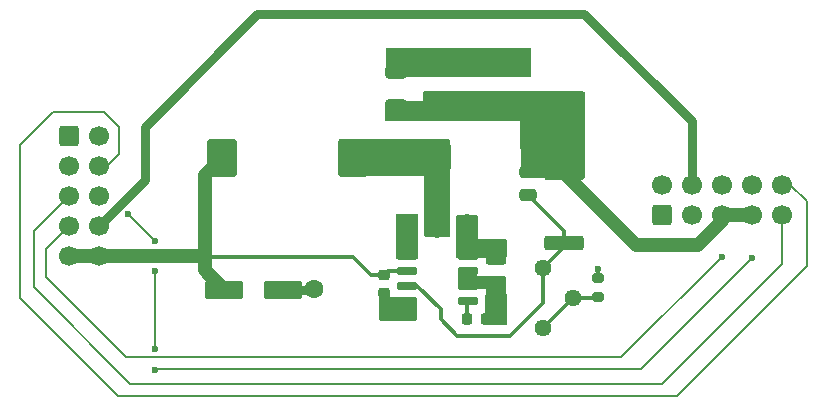
<source format=gbr>
%TF.GenerationSoftware,KiCad,Pcbnew,8.0.3*%
%TF.CreationDate,2024-06-06T01:49:00+12:00*%
%TF.ProjectId,power_supply,706f7765-725f-4737-9570-706c792e6b69,0.1.1*%
%TF.SameCoordinates,Original*%
%TF.FileFunction,Copper,L1,Top*%
%TF.FilePolarity,Positive*%
%FSLAX46Y46*%
G04 Gerber Fmt 4.6, Leading zero omitted, Abs format (unit mm)*
G04 Created by KiCad (PCBNEW 8.0.3) date 2024-06-06 01:49:00*
%MOMM*%
%LPD*%
G01*
G04 APERTURE LIST*
G04 Aperture macros list*
%AMRoundRect*
0 Rectangle with rounded corners*
0 $1 Rounding radius*
0 $2 $3 $4 $5 $6 $7 $8 $9 X,Y pos of 4 corners*
0 Add a 4 corners polygon primitive as box body*
4,1,4,$2,$3,$4,$5,$6,$7,$8,$9,$2,$3,0*
0 Add four circle primitives for the rounded corners*
1,1,$1+$1,$2,$3*
1,1,$1+$1,$4,$5*
1,1,$1+$1,$6,$7*
1,1,$1+$1,$8,$9*
0 Add four rect primitives between the rounded corners*
20,1,$1+$1,$2,$3,$4,$5,0*
20,1,$1+$1,$4,$5,$6,$7,0*
20,1,$1+$1,$6,$7,$8,$9,0*
20,1,$1+$1,$8,$9,$2,$3,0*%
G04 Aperture macros list end*
%TA.AperFunction,SMDPad,CuDef*%
%ADD10RoundRect,0.150000X-0.725000X-0.150000X0.725000X-0.150000X0.725000X0.150000X-0.725000X0.150000X0*%
%TD*%
%TA.AperFunction,SMDPad,CuDef*%
%ADD11RoundRect,0.160000X-1.440000X0.640000X-1.440000X-0.640000X1.440000X-0.640000X1.440000X0.640000X0*%
%TD*%
%TA.AperFunction,SMDPad,CuDef*%
%ADD12RoundRect,0.250000X0.650000X-0.325000X0.650000X0.325000X-0.650000X0.325000X-0.650000X-0.325000X0*%
%TD*%
%TA.AperFunction,ComponentPad*%
%ADD13R,1.905000X2.000000*%
%TD*%
%TA.AperFunction,ComponentPad*%
%ADD14O,1.905000X2.000000*%
%TD*%
%TA.AperFunction,ComponentPad*%
%ADD15RoundRect,0.250000X-0.600000X-0.600000X0.600000X-0.600000X0.600000X0.600000X-0.600000X0.600000X0*%
%TD*%
%TA.AperFunction,ComponentPad*%
%ADD16C,1.700000*%
%TD*%
%TA.AperFunction,SMDPad,CuDef*%
%ADD17RoundRect,0.250000X1.425000X-0.362500X1.425000X0.362500X-1.425000X0.362500X-1.425000X-0.362500X0*%
%TD*%
%TA.AperFunction,SMDPad,CuDef*%
%ADD18RoundRect,0.225000X-0.225000X-0.250000X0.225000X-0.250000X0.225000X0.250000X-0.225000X0.250000X0*%
%TD*%
%TA.AperFunction,SMDPad,CuDef*%
%ADD19RoundRect,0.250000X-0.625000X0.400000X-0.625000X-0.400000X0.625000X-0.400000X0.625000X0.400000X0*%
%TD*%
%TA.AperFunction,SMDPad,CuDef*%
%ADD20RoundRect,0.250000X0.475000X-0.250000X0.475000X0.250000X-0.475000X0.250000X-0.475000X-0.250000X0*%
%TD*%
%TA.AperFunction,SMDPad,CuDef*%
%ADD21RoundRect,0.250000X-0.900000X1.000000X-0.900000X-1.000000X0.900000X-1.000000X0.900000X1.000000X0*%
%TD*%
%TA.AperFunction,SMDPad,CuDef*%
%ADD22RoundRect,0.250000X-1.000000X-1.350000X1.000000X-1.350000X1.000000X1.350000X-1.000000X1.350000X0*%
%TD*%
%TA.AperFunction,ComponentPad*%
%ADD23RoundRect,0.250000X0.600000X-0.600000X0.600000X0.600000X-0.600000X0.600000X-0.600000X-0.600000X0*%
%TD*%
%TA.AperFunction,SMDPad,CuDef*%
%ADD24RoundRect,0.200000X0.275000X-0.200000X0.275000X0.200000X-0.275000X0.200000X-0.275000X-0.200000X0*%
%TD*%
%TA.AperFunction,SMDPad,CuDef*%
%ADD25RoundRect,0.225000X-0.250000X0.225000X-0.250000X-0.225000X0.250000X-0.225000X0.250000X0.225000X0*%
%TD*%
%TA.AperFunction,ComponentPad*%
%ADD26R,1.600000X1.600000*%
%TD*%
%TA.AperFunction,ComponentPad*%
%ADD27C,1.600000*%
%TD*%
%TA.AperFunction,ComponentPad*%
%ADD28C,1.440000*%
%TD*%
%TA.AperFunction,ViaPad*%
%ADD29C,1.600000*%
%TD*%
%TA.AperFunction,ViaPad*%
%ADD30C,0.600000*%
%TD*%
%TA.AperFunction,ViaPad*%
%ADD31C,1.000000*%
%TD*%
%TA.AperFunction,Conductor*%
%ADD32C,0.800000*%
%TD*%
%TA.AperFunction,Conductor*%
%ADD33C,0.300000*%
%TD*%
%TA.AperFunction,Conductor*%
%ADD34C,1.200000*%
%TD*%
%TA.AperFunction,Conductor*%
%ADD35C,0.130000*%
%TD*%
G04 APERTURE END LIST*
D10*
%TO.P,U1,1,EXT*%
%TO.N,/GATE_DRIVE*%
X152350000Y-90540000D03*
%TO.P,U1,2,V+*%
%TO.N,VBUS*%
X152350000Y-91810000D03*
%TO.P,U1,3,FB*%
%TO.N,FB*%
X152350000Y-93080000D03*
%TO.P,U1,4,SHDN*%
%TO.N,GND*%
X152350000Y-94350000D03*
%TO.P,U1,5,REF*%
%TO.N,/REF_BYPASS*%
X157500000Y-94350000D03*
%TO.P,U1,6,AGND*%
%TO.N,GND*%
X157500000Y-93080000D03*
%TO.P,U1,7,GND*%
X157500000Y-91810000D03*
%TO.P,U1,8,CS*%
%TO.N,/CURRENT_SENSE*%
X157500000Y-90540000D03*
%TD*%
D11*
%TO.P,C1,1*%
%TO.N,VBUS*%
X136900000Y-93440000D03*
%TO.P,C1,2*%
%TO.N,GND*%
X141900000Y-93440000D03*
%TD*%
D12*
%TO.P,C5,1*%
%TO.N,170V*%
X151400000Y-77915000D03*
%TO.P,C5,2*%
%TO.N,GND*%
X151400000Y-74965000D03*
%TD*%
D13*
%TO.P,Q1,1,G*%
%TO.N,/GATE_DRIVE*%
X152385000Y-88045000D03*
D14*
%TO.P,Q1,2,D*%
%TO.N,/DRAIN*%
X154925000Y-88045000D03*
%TO.P,Q1,3,S*%
%TO.N,/CURRENT_SENSE*%
X157465000Y-88045000D03*
%TD*%
D15*
%TO.P,J2,1,Pin_1*%
%TO.N,GND*%
X123707500Y-80420000D03*
D16*
%TO.P,J2,2,Pin_2*%
X126247500Y-80420000D03*
%TO.P,J2,3,Pin_3*%
X123707500Y-82960000D03*
%TO.P,J2,4,Pin_4*%
%TO.N,LATCH*%
X126247500Y-82960000D03*
%TO.P,J2,5,Pin_5*%
%TO.N,CLK*%
X123707500Y-85500000D03*
%TO.P,J2,6,Pin_6*%
%TO.N,OE*%
X126247500Y-85500000D03*
%TO.P,J2,7,Pin_7*%
%TO.N,SER*%
X123707500Y-88040000D03*
%TO.P,J2,8,Pin_8*%
%TO.N,+3V3*%
X126247500Y-88040000D03*
%TO.P,J2,9,Pin_9*%
%TO.N,VBUS*%
X123707500Y-90580000D03*
%TO.P,J2,10,Pin_10*%
X126247500Y-90580000D03*
%TD*%
D17*
%TO.P,R1,1*%
%TO.N,FB*%
X165660000Y-89472500D03*
%TO.P,R1,2*%
%TO.N,170V*%
X165660000Y-83547500D03*
%TD*%
D18*
%TO.P,C6,1*%
%TO.N,/REF_BYPASS*%
X157475000Y-95940000D03*
%TO.P,C6,2*%
%TO.N,GND*%
X159025000Y-95940000D03*
%TD*%
D19*
%TO.P,RS1,1*%
%TO.N,/CURRENT_SENSE*%
X159900000Y-90640000D03*
%TO.P,RS1,2*%
%TO.N,GND*%
X159900000Y-93740000D03*
%TD*%
D20*
%TO.P,C3,1*%
%TO.N,FB*%
X162600000Y-85390000D03*
%TO.P,C3,2*%
%TO.N,170V*%
X162600000Y-83490000D03*
%TD*%
D21*
%TO.P,D1,1,K*%
%TO.N,170V*%
X154900000Y-77890000D03*
%TO.P,D1,2,A*%
%TO.N,/DRAIN*%
X154900000Y-82190000D03*
%TD*%
D22*
%TO.P,L1,1,1*%
%TO.N,VBUS*%
X136700000Y-82240000D03*
%TO.P,L1,2,2*%
%TO.N,/DRAIN*%
X147800000Y-82240000D03*
%TD*%
D23*
%TO.P,J3,1,Pin_1*%
%TO.N,GND*%
X173920000Y-87100000D03*
D16*
%TO.P,J3,2,Pin_2*%
X173920000Y-84560000D03*
%TO.P,J3,3,Pin_3*%
X176460000Y-87100000D03*
%TO.P,J3,4,Pin_4*%
%TO.N,+3V3*%
X176460000Y-84560000D03*
%TO.P,J3,5,Pin_5*%
%TO.N,170V*%
X179000000Y-87100000D03*
%TO.P,J3,6,Pin_6*%
%TO.N,SER*%
X179000000Y-84560000D03*
%TO.P,J3,7,Pin_7*%
%TO.N,170V*%
X181540000Y-87100000D03*
%TO.P,J3,8,Pin_8*%
%TO.N,OE*%
X181540000Y-84560000D03*
%TO.P,J3,9,Pin_9*%
%TO.N,CLK*%
X184080000Y-87100000D03*
%TO.P,J3,10,Pin_10*%
%TO.N,LATCH*%
X184080000Y-84560000D03*
%TD*%
D24*
%TO.P,R2,1*%
%TO.N,/FB_PD*%
X168500000Y-94065000D03*
%TO.P,R2,2*%
%TO.N,GND*%
X168500000Y-92415000D03*
%TD*%
D25*
%TO.P,C2,1*%
%TO.N,VBUS*%
X150400000Y-92165000D03*
%TO.P,C2,2*%
%TO.N,GND*%
X150400000Y-93715000D03*
%TD*%
D26*
%TO.P,C4,1*%
%TO.N,170V*%
X161600000Y-77892651D03*
D27*
%TO.P,C4,2*%
%TO.N,GND*%
X161600000Y-74392651D03*
%TD*%
D28*
%TO.P,RV1,1,1*%
%TO.N,FB*%
X163875000Y-91565000D03*
%TO.P,RV1,2,2*%
%TO.N,/FB_PD*%
X166415000Y-94105000D03*
%TO.P,RV1,3,3*%
X163875000Y-96645000D03*
%TD*%
D29*
%TO.N,GND*%
X144500000Y-93390000D03*
D30*
X160300000Y-92640000D03*
D31*
X150800000Y-95340000D03*
D30*
X160300000Y-94740000D03*
D31*
X152300000Y-95340000D03*
D30*
X159500000Y-92640000D03*
D31*
X160100000Y-95740000D03*
D30*
X159500000Y-94740000D03*
D31*
X153000000Y-73640000D03*
X153000000Y-74740000D03*
D29*
X158000000Y-74090000D03*
X156250000Y-74090000D03*
X159750000Y-74090000D03*
X154500000Y-74040000D03*
D30*
X168500000Y-91640000D03*
%TO.N,SER*%
X179000000Y-90640000D03*
%TO.N,OE*%
X181600000Y-90740000D03*
X131064000Y-91821000D03*
X128778000Y-86995000D03*
X131064000Y-100203000D03*
X131064000Y-98425000D03*
X131064000Y-89281000D03*
%TD*%
D32*
%TO.N,GND*%
X141900000Y-93440000D02*
X144450000Y-93440000D01*
X144450000Y-93440000D02*
X144500000Y-93390000D01*
D33*
X168500000Y-92415000D02*
X168500000Y-91640000D01*
%TO.N,VBUS*%
X149275000Y-92165000D02*
X147750000Y-90640000D01*
X152350000Y-91810000D02*
X150755000Y-91810000D01*
D34*
X135250000Y-91790000D02*
X135250000Y-90640000D01*
X123707500Y-90580000D02*
X135190000Y-90580000D01*
X135250000Y-83690000D02*
X135250000Y-90640000D01*
X136900000Y-93440000D02*
X135250000Y-91790000D01*
D33*
X147750000Y-90640000D02*
X135250000Y-90640000D01*
D34*
X135190000Y-90580000D02*
X135250000Y-90640000D01*
D33*
X150400000Y-92165000D02*
X149275000Y-92165000D01*
X150755000Y-91810000D02*
X150400000Y-92165000D01*
D34*
X136700000Y-82240000D02*
X135250000Y-83690000D01*
%TO.N,170V*%
X179000000Y-87640000D02*
X177000000Y-89640000D01*
X179000000Y-87100000D02*
X179000000Y-87640000D01*
X177000000Y-89640000D02*
X171752500Y-89640000D01*
X181540000Y-87100000D02*
X179000000Y-87100000D01*
X171752500Y-89640000D02*
X165660000Y-83547500D01*
D33*
%TO.N,FB*%
X155200000Y-95940000D02*
X156600000Y-97340000D01*
X162600000Y-85390000D02*
X165660000Y-88450000D01*
X165660000Y-89780000D02*
X163875000Y-91565000D01*
X155200000Y-95055001D02*
X155200000Y-95940000D01*
X153224999Y-93080000D02*
X155200000Y-95055001D01*
X161100000Y-97340000D02*
X163875000Y-94565000D01*
X163875000Y-94565000D02*
X163875000Y-91565000D01*
X165660000Y-88450000D02*
X165660000Y-89472500D01*
X165660000Y-89472500D02*
X165660000Y-89780000D01*
X152350000Y-93080000D02*
X153224999Y-93080000D01*
X156600000Y-97340000D02*
X161100000Y-97340000D01*
%TO.N,/REF_BYPASS*%
X157475000Y-94375000D02*
X157500000Y-94350000D01*
X157475000Y-95940000D02*
X157475000Y-94375000D01*
%TO.N,/FB_PD*%
X163875000Y-96645000D02*
X166415000Y-94105000D01*
X168460000Y-94105000D02*
X168500000Y-94065000D01*
X166415000Y-94105000D02*
X168460000Y-94105000D01*
D35*
%TO.N,LATCH*%
X128016000Y-81915000D02*
X126971000Y-82960000D01*
X119634000Y-81153000D02*
X122428000Y-78359000D01*
X186200000Y-91440000D02*
X186200000Y-85940000D01*
X186200000Y-85940000D02*
X184820000Y-84560000D01*
X122428000Y-78359000D02*
X126746000Y-78359000D01*
X128016000Y-79629000D02*
X128016000Y-81915000D01*
X119634000Y-94107000D02*
X119634000Y-81153000D01*
X135890000Y-102390000D02*
X175250000Y-102390000D01*
X175250000Y-102390000D02*
X186200000Y-91440000D01*
X184820000Y-84560000D02*
X184080000Y-84560000D01*
X126971000Y-82960000D02*
X126247500Y-82960000D01*
X126746000Y-78359000D02*
X128016000Y-79629000D01*
X127917000Y-102390000D02*
X119634000Y-94107000D01*
X135890000Y-102390000D02*
X127917000Y-102390000D01*
%TO.N,SER*%
X121793000Y-89954500D02*
X123707500Y-88040000D01*
X179000000Y-90640000D02*
X170500000Y-99140000D01*
X170500000Y-99140000D02*
X128604000Y-99140000D01*
X121793000Y-92329000D02*
X121793000Y-89954500D01*
X128604000Y-99140000D02*
X121793000Y-92329000D01*
%TO.N,CLK*%
X120777000Y-88430500D02*
X123707500Y-85500000D01*
X128949000Y-101390000D02*
X120777000Y-93218000D01*
X173950000Y-101390000D02*
X128949000Y-101390000D01*
X120777000Y-93218000D02*
X120777000Y-88430500D01*
X184080000Y-87100000D02*
X184080000Y-91260000D01*
X184080000Y-91260000D02*
X173950000Y-101390000D01*
D32*
%TO.N,+3V3*%
X130175000Y-79629000D02*
X130175000Y-84112500D01*
X176460000Y-79178000D02*
X167386000Y-70104000D01*
X130175000Y-84112500D02*
X126247500Y-88040000D01*
X176460000Y-84560000D02*
X176460000Y-79178000D01*
X167386000Y-70104000D02*
X139700000Y-70104000D01*
X139700000Y-70104000D02*
X130175000Y-79629000D01*
D35*
%TO.N,OE*%
X131064000Y-98425000D02*
X131064000Y-91821000D01*
X131127000Y-100140000D02*
X131064000Y-100203000D01*
X172200000Y-100140000D02*
X181600000Y-90740000D01*
X137500000Y-100140000D02*
X131127000Y-100140000D01*
X167750000Y-100140000D02*
X172200000Y-100140000D01*
X144250000Y-100140000D02*
X167750000Y-100140000D01*
X137500000Y-100140000D02*
X144250000Y-100140000D01*
X131064000Y-89281000D02*
X128778000Y-86995000D01*
%TD*%
%TA.AperFunction,Conductor*%
%TO.N,GND*%
G36*
X150843039Y-93359685D02*
G01*
X150888794Y-93412489D01*
X150900000Y-93464000D01*
X150900000Y-94040000D01*
X153076000Y-94040000D01*
X153143039Y-94059685D01*
X153188794Y-94112489D01*
X153200000Y-94164000D01*
X153200000Y-95916000D01*
X153180315Y-95983039D01*
X153127511Y-96028794D01*
X153076000Y-96040000D01*
X150124000Y-96040000D01*
X150056961Y-96020315D01*
X150011206Y-95967511D01*
X150000000Y-95916000D01*
X150000000Y-93464000D01*
X150019685Y-93396961D01*
X150072489Y-93351206D01*
X150124000Y-93340000D01*
X150776000Y-93340000D01*
X150843039Y-93359685D01*
G37*
%TD.AperFunction*%
%TD*%
%TA.AperFunction,Conductor*%
%TO.N,/GATE_DRIVE*%
G36*
X153243039Y-87059685D02*
G01*
X153288794Y-87112489D01*
X153300000Y-87164000D01*
X153300000Y-90716000D01*
X153280315Y-90783039D01*
X153227511Y-90828794D01*
X153176000Y-90840000D01*
X151524000Y-90840000D01*
X151456961Y-90820315D01*
X151411206Y-90767511D01*
X151400000Y-90716000D01*
X151400000Y-87164000D01*
X151419685Y-87096961D01*
X151472489Y-87051206D01*
X151524000Y-87040000D01*
X153176000Y-87040000D01*
X153243039Y-87059685D01*
G37*
%TD.AperFunction*%
%TD*%
%TA.AperFunction,Conductor*%
%TO.N,GND*%
G36*
X158243039Y-91559685D02*
G01*
X158288794Y-91612489D01*
X158300000Y-91664000D01*
X158300000Y-92240000D01*
X160576000Y-92240000D01*
X160643039Y-92259685D01*
X160688794Y-92312489D01*
X160700000Y-92364000D01*
X160700000Y-93740000D01*
X159100000Y-93740000D01*
X159100000Y-93340000D01*
X156824000Y-93340000D01*
X156756961Y-93320315D01*
X156711206Y-93267511D01*
X156700000Y-93216000D01*
X156700000Y-91664000D01*
X156719685Y-91596961D01*
X156772489Y-91551206D01*
X156824000Y-91540000D01*
X158176000Y-91540000D01*
X158243039Y-91559685D01*
G37*
%TD.AperFunction*%
%TD*%
%TA.AperFunction,Conductor*%
%TO.N,GND*%
G36*
X160709976Y-93749976D02*
G01*
X160743039Y-93759685D01*
X160788794Y-93812489D01*
X160800000Y-93864000D01*
X160800000Y-96316000D01*
X160780315Y-96383039D01*
X160727511Y-96428794D01*
X160676000Y-96440000D01*
X159124000Y-96440000D01*
X159056961Y-96420315D01*
X159011206Y-96367511D01*
X159000000Y-96316000D01*
X159000000Y-93864000D01*
X159019685Y-93796961D01*
X159072489Y-93751206D01*
X159093327Y-93746672D01*
X159100000Y-93740000D01*
X160700000Y-93740000D01*
X160709976Y-93749976D01*
G37*
%TD.AperFunction*%
%TD*%
%TA.AperFunction,Conductor*%
%TO.N,/DRAIN*%
G36*
X155943039Y-80659685D02*
G01*
X155988794Y-80712489D01*
X156000000Y-80764000D01*
X156000000Y-88816000D01*
X155980315Y-88883039D01*
X155927511Y-88928794D01*
X155876000Y-88940000D01*
X153962000Y-88940000D01*
X153894961Y-88920315D01*
X153849206Y-88867511D01*
X153838000Y-88816000D01*
X153837999Y-86997129D01*
X153837998Y-86997123D01*
X153831591Y-86937516D01*
X153807818Y-86873778D01*
X153800000Y-86830445D01*
X153800000Y-83840000D01*
X146724000Y-83840000D01*
X146656961Y-83820315D01*
X146611206Y-83767511D01*
X146600000Y-83716000D01*
X146600000Y-80764000D01*
X146619685Y-80696961D01*
X146672489Y-80651206D01*
X146724000Y-80640000D01*
X155876000Y-80640000D01*
X155943039Y-80659685D01*
G37*
%TD.AperFunction*%
%TD*%
%TA.AperFunction,Conductor*%
%TO.N,/CURRENT_SENSE*%
G36*
X158343039Y-87159685D02*
G01*
X158388794Y-87212489D01*
X158400000Y-87264000D01*
X158400000Y-89140000D01*
X160676000Y-89140000D01*
X160743039Y-89159685D01*
X160788794Y-89212489D01*
X160800000Y-89264000D01*
X160800000Y-90616000D01*
X160780315Y-90683039D01*
X160727511Y-90728794D01*
X160676000Y-90740000D01*
X156624000Y-90740000D01*
X156556961Y-90720315D01*
X156511206Y-90667511D01*
X156500000Y-90616000D01*
X156500000Y-87264000D01*
X156519685Y-87196961D01*
X156572489Y-87151206D01*
X156624000Y-87140000D01*
X158276000Y-87140000D01*
X158343039Y-87159685D01*
G37*
%TD.AperFunction*%
%TD*%
%TA.AperFunction,Conductor*%
%TO.N,GND*%
G36*
X162843039Y-72959685D02*
G01*
X162888794Y-73012489D01*
X162900000Y-73064000D01*
X162900000Y-75316000D01*
X162880315Y-75383039D01*
X162827511Y-75428794D01*
X162776000Y-75440000D01*
X150724000Y-75440000D01*
X150656961Y-75420315D01*
X150611206Y-75367511D01*
X150600000Y-75316000D01*
X150600000Y-73064000D01*
X150619685Y-72996961D01*
X150672489Y-72951206D01*
X150724000Y-72940000D01*
X162776000Y-72940000D01*
X162843039Y-72959685D01*
G37*
%TD.AperFunction*%
%TD*%
%TA.AperFunction,Conductor*%
%TO.N,170V*%
G36*
X167343039Y-76659685D02*
G01*
X167388794Y-76712489D01*
X167400000Y-76764000D01*
X167400000Y-83913682D01*
X167380315Y-83980721D01*
X167327511Y-84026476D01*
X167273704Y-84037661D01*
X162119193Y-83942207D01*
X162052530Y-83921284D01*
X162007760Y-83867642D01*
X161997516Y-83820815D01*
X161900000Y-79140000D01*
X150624000Y-79140000D01*
X150556961Y-79120315D01*
X150511206Y-79067511D01*
X150500000Y-79016000D01*
X150500000Y-77564000D01*
X150519685Y-77496961D01*
X150572489Y-77451206D01*
X150624000Y-77440000D01*
X153700000Y-77440000D01*
X153700000Y-76764000D01*
X153719685Y-76696961D01*
X153772489Y-76651206D01*
X153824000Y-76640000D01*
X167276000Y-76640000D01*
X167343039Y-76659685D01*
G37*
%TD.AperFunction*%
%TD*%
M02*

</source>
